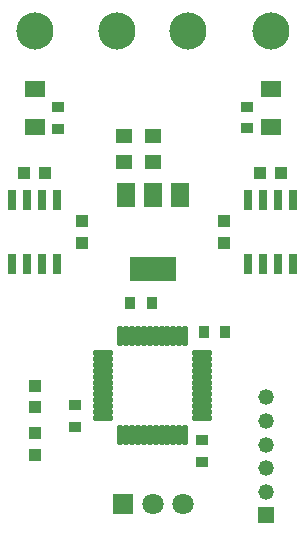
<source format=gts>
G04*
G04 #@! TF.GenerationSoftware,Altium Limited,Altium Designer,21.9.1 (22)*
G04*
G04 Layer_Color=8388736*
%FSLAX25Y25*%
%MOIN*%
G70*
G04*
G04 #@! TF.SameCoordinates,01D30D3D-4D25-4DD3-B430-8D43D7E97BEB*
G04*
G04*
G04 #@! TF.FilePolarity,Negative*
G04*
G01*
G75*
%ADD18R,0.04134X0.04134*%
%ADD19R,0.05709X0.04528*%
%ADD20R,0.03740X0.04134*%
%ADD21R,0.04134X0.03740*%
%ADD22R,0.06890X0.05315*%
%ADD23R,0.04134X0.04134*%
%ADD24R,0.15551X0.08465*%
%ADD25R,0.06496X0.08465*%
G04:AMPARAMS|DCode=26|XSize=67.32mil|YSize=16.93mil|CornerRadius=4.33mil|HoleSize=0mil|Usage=FLASHONLY|Rotation=270.000|XOffset=0mil|YOffset=0mil|HoleType=Round|Shape=RoundedRectangle|*
%AMROUNDEDRECTD26*
21,1,0.06732,0.00827,0,0,270.0*
21,1,0.05866,0.01693,0,0,270.0*
1,1,0.00866,-0.00413,-0.02933*
1,1,0.00866,-0.00413,0.02933*
1,1,0.00866,0.00413,0.02933*
1,1,0.00866,0.00413,-0.02933*
%
%ADD26ROUNDEDRECTD26*%
G04:AMPARAMS|DCode=27|XSize=16.93mil|YSize=67.32mil|CornerRadius=4.33mil|HoleSize=0mil|Usage=FLASHONLY|Rotation=270.000|XOffset=0mil|YOffset=0mil|HoleType=Round|Shape=RoundedRectangle|*
%AMROUNDEDRECTD27*
21,1,0.01693,0.05866,0,0,270.0*
21,1,0.00827,0.06732,0,0,270.0*
1,1,0.00866,-0.02933,-0.00413*
1,1,0.00866,-0.02933,0.00413*
1,1,0.00866,0.02933,0.00413*
1,1,0.00866,0.02933,-0.00413*
%
%ADD27ROUNDEDRECTD27*%
%ADD28R,0.02953X0.06693*%
%ADD29C,0.12402*%
%ADD30C,0.07087*%
%ADD31R,0.07087X0.07087*%
%ADD32C,0.05197*%
%ADD33R,0.05197X0.05197*%
D18*
X82677Y113779D02*
D03*
Y106693D02*
D03*
X19705Y58866D02*
D03*
Y51779D02*
D03*
X35433Y113779D02*
D03*
Y106693D02*
D03*
D19*
X49508Y133465D02*
D03*
Y142126D02*
D03*
X59101D02*
D03*
Y133465D02*
D03*
D20*
X76005Y77044D02*
D03*
X83092D02*
D03*
X58726Y86614D02*
D03*
X51639D02*
D03*
D21*
X75512Y40808D02*
D03*
Y33721D02*
D03*
X33071Y52469D02*
D03*
Y45383D02*
D03*
X27579Y144685D02*
D03*
Y151771D02*
D03*
X90551Y151870D02*
D03*
Y144783D02*
D03*
D22*
X19705Y157874D02*
D03*
Y145275D02*
D03*
X98425Y145374D02*
D03*
Y157972D02*
D03*
D23*
X16021Y129921D02*
D03*
X23108D02*
D03*
X94882D02*
D03*
X101969D02*
D03*
X19705Y43118D02*
D03*
Y36031D02*
D03*
D24*
X59055Y97835D02*
D03*
D25*
X50000Y122638D02*
D03*
X59055D02*
D03*
X68110D02*
D03*
D26*
X69882Y42598D02*
D03*
X67913D02*
D03*
X65945D02*
D03*
X63976D02*
D03*
X62008D02*
D03*
X60039D02*
D03*
X58071D02*
D03*
X56102D02*
D03*
X54134D02*
D03*
X52165D02*
D03*
X50197D02*
D03*
X48228D02*
D03*
Y75512D02*
D03*
X50197D02*
D03*
X52165D02*
D03*
X54134D02*
D03*
X56102D02*
D03*
X58071D02*
D03*
X60039D02*
D03*
X62008D02*
D03*
X63976D02*
D03*
X65945D02*
D03*
X67913D02*
D03*
X69882D02*
D03*
D27*
X75512Y69882D02*
D03*
Y67913D02*
D03*
Y65945D02*
D03*
Y63976D02*
D03*
Y62008D02*
D03*
Y60039D02*
D03*
Y58071D02*
D03*
Y56102D02*
D03*
Y54134D02*
D03*
Y52165D02*
D03*
Y50197D02*
D03*
Y48228D02*
D03*
X42598D02*
D03*
Y50197D02*
D03*
Y52165D02*
D03*
Y54134D02*
D03*
Y56102D02*
D03*
Y58071D02*
D03*
Y60039D02*
D03*
Y62008D02*
D03*
Y63976D02*
D03*
Y65945D02*
D03*
Y67913D02*
D03*
Y69882D02*
D03*
D28*
X105925Y120768D02*
D03*
X100925D02*
D03*
X95925D02*
D03*
X90925D02*
D03*
X105925Y99508D02*
D03*
X100925D02*
D03*
X95925D02*
D03*
X90925D02*
D03*
X27065Y120768D02*
D03*
X22065D02*
D03*
X17065D02*
D03*
X12065D02*
D03*
X27065Y99508D02*
D03*
X22065D02*
D03*
X17065D02*
D03*
X12065D02*
D03*
D29*
X70866Y177165D02*
D03*
X47244D02*
D03*
X98425D02*
D03*
X19685D02*
D03*
D30*
X59055Y19685D02*
D03*
X69055D02*
D03*
D31*
X49055D02*
D03*
D32*
X96929Y55118D02*
D03*
Y47244D02*
D03*
Y39370D02*
D03*
Y31496D02*
D03*
Y23622D02*
D03*
D33*
Y15748D02*
D03*
M02*

</source>
